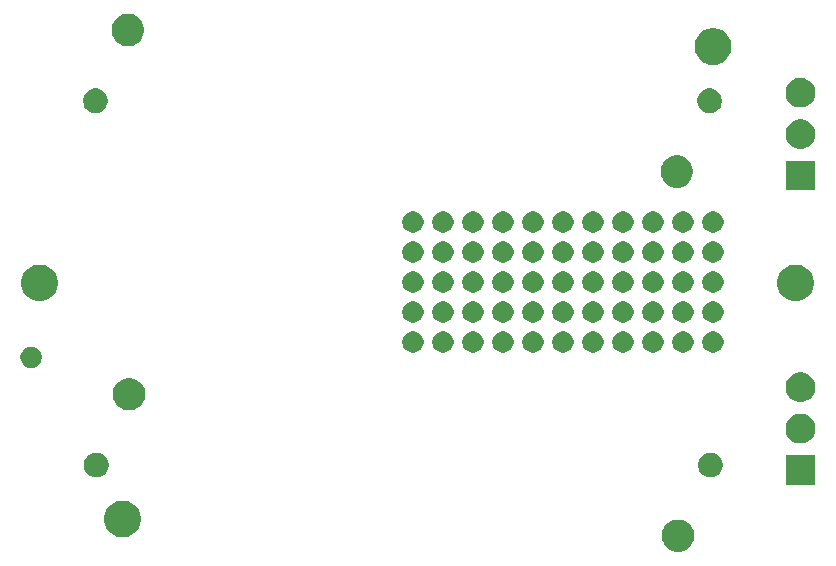
<source format=gbr>
G04 #@! TF.GenerationSoftware,KiCad,Pcbnew,5.1.5-52549c5~86~ubuntu18.04.1*
G04 #@! TF.CreationDate,2020-07-25T12:46:57-05:00*
G04 #@! TF.ProjectId,RAK4200_LORA_ADAPTABLE_NODE,52414b34-3230-4305-9f4c-4f52415f4144,rev?*
G04 #@! TF.SameCoordinates,Original*
G04 #@! TF.FileFunction,Soldermask,Top*
G04 #@! TF.FilePolarity,Negative*
%FSLAX46Y46*%
G04 Gerber Fmt 4.6, Leading zero omitted, Abs format (unit mm)*
G04 Created by KiCad (PCBNEW 5.1.5-52549c5~86~ubuntu18.04.1) date 2020-07-25 12:46:57*
%MOMM*%
%LPD*%
G04 APERTURE LIST*
%ADD10C,0.100000*%
G04 APERTURE END LIST*
D10*
G36*
X159712724Y-144546497D02*
G01*
X159939906Y-144591686D01*
X160189412Y-144695035D01*
X160413962Y-144845075D01*
X160604925Y-145036038D01*
X160754965Y-145260588D01*
X160858314Y-145510094D01*
X160911000Y-145774968D01*
X160911000Y-146045032D01*
X160858314Y-146309906D01*
X160754965Y-146559412D01*
X160604925Y-146783962D01*
X160413962Y-146974925D01*
X160189412Y-147124965D01*
X159939906Y-147228314D01*
X159712724Y-147273503D01*
X159675033Y-147281000D01*
X159404967Y-147281000D01*
X159367276Y-147273503D01*
X159140094Y-147228314D01*
X158890588Y-147124965D01*
X158666038Y-146974925D01*
X158475075Y-146783962D01*
X158325035Y-146559412D01*
X158221686Y-146309906D01*
X158169000Y-146045032D01*
X158169000Y-145774968D01*
X158221686Y-145510094D01*
X158325035Y-145260588D01*
X158475075Y-145036038D01*
X158666038Y-144845075D01*
X158890588Y-144695035D01*
X159140094Y-144591686D01*
X159367276Y-144546497D01*
X159404967Y-144539000D01*
X159675033Y-144539000D01*
X159712724Y-144546497D01*
G37*
G36*
X112802585Y-142978802D02*
G01*
X112952410Y-143008604D01*
X113234674Y-143125521D01*
X113488705Y-143295259D01*
X113704741Y-143511295D01*
X113874479Y-143765326D01*
X113991396Y-144047590D01*
X114051000Y-144347240D01*
X114051000Y-144652760D01*
X113991396Y-144952410D01*
X113874479Y-145234674D01*
X113704741Y-145488705D01*
X113488705Y-145704741D01*
X113234674Y-145874479D01*
X112952410Y-145991396D01*
X112802585Y-146021198D01*
X112652761Y-146051000D01*
X112347239Y-146051000D01*
X112197415Y-146021198D01*
X112047590Y-145991396D01*
X111765326Y-145874479D01*
X111511295Y-145704741D01*
X111295259Y-145488705D01*
X111125521Y-145234674D01*
X111008604Y-144952410D01*
X110949000Y-144652760D01*
X110949000Y-144347240D01*
X111008604Y-144047590D01*
X111125521Y-143765326D01*
X111295259Y-143511295D01*
X111511295Y-143295259D01*
X111765326Y-143125521D01*
X112047590Y-143008604D01*
X112197415Y-142978802D01*
X112347239Y-142949000D01*
X112652761Y-142949000D01*
X112802585Y-142978802D01*
G37*
G36*
X171161000Y-141586000D02*
G01*
X168659000Y-141586000D01*
X168659000Y-139084000D01*
X171161000Y-139084000D01*
X171161000Y-141586000D01*
G37*
G36*
X110606564Y-138904389D02*
G01*
X110797833Y-138983615D01*
X110797835Y-138983616D01*
X110948070Y-139084000D01*
X110969973Y-139098635D01*
X111116365Y-139245027D01*
X111231385Y-139417167D01*
X111310611Y-139608436D01*
X111351000Y-139811484D01*
X111351000Y-140018516D01*
X111310611Y-140221564D01*
X111231385Y-140412833D01*
X111231384Y-140412835D01*
X111116365Y-140584973D01*
X110969973Y-140731365D01*
X110797835Y-140846384D01*
X110797834Y-140846385D01*
X110797833Y-140846385D01*
X110606564Y-140925611D01*
X110403516Y-140966000D01*
X110196484Y-140966000D01*
X109993436Y-140925611D01*
X109802167Y-140846385D01*
X109802166Y-140846385D01*
X109802165Y-140846384D01*
X109630027Y-140731365D01*
X109483635Y-140584973D01*
X109368616Y-140412835D01*
X109368615Y-140412833D01*
X109289389Y-140221564D01*
X109249000Y-140018516D01*
X109249000Y-139811484D01*
X109289389Y-139608436D01*
X109368615Y-139417167D01*
X109483635Y-139245027D01*
X109630027Y-139098635D01*
X109651930Y-139084000D01*
X109802165Y-138983616D01*
X109802167Y-138983615D01*
X109993436Y-138904389D01*
X110196484Y-138864000D01*
X110403516Y-138864000D01*
X110606564Y-138904389D01*
G37*
G36*
X162596564Y-138904389D02*
G01*
X162787833Y-138983615D01*
X162787835Y-138983616D01*
X162938070Y-139084000D01*
X162959973Y-139098635D01*
X163106365Y-139245027D01*
X163221385Y-139417167D01*
X163300611Y-139608436D01*
X163341000Y-139811484D01*
X163341000Y-140018516D01*
X163300611Y-140221564D01*
X163221385Y-140412833D01*
X163221384Y-140412835D01*
X163106365Y-140584973D01*
X162959973Y-140731365D01*
X162787835Y-140846384D01*
X162787834Y-140846385D01*
X162787833Y-140846385D01*
X162596564Y-140925611D01*
X162393516Y-140966000D01*
X162186484Y-140966000D01*
X161983436Y-140925611D01*
X161792167Y-140846385D01*
X161792166Y-140846385D01*
X161792165Y-140846384D01*
X161620027Y-140731365D01*
X161473635Y-140584973D01*
X161358616Y-140412835D01*
X161358615Y-140412833D01*
X161279389Y-140221564D01*
X161239000Y-140018516D01*
X161239000Y-139811484D01*
X161279389Y-139608436D01*
X161358615Y-139417167D01*
X161473635Y-139245027D01*
X161620027Y-139098635D01*
X161641930Y-139084000D01*
X161792165Y-138983616D01*
X161792167Y-138983615D01*
X161983436Y-138904389D01*
X162186484Y-138864000D01*
X162393516Y-138864000D01*
X162596564Y-138904389D01*
G37*
G36*
X170274903Y-135632075D02*
G01*
X170502571Y-135726378D01*
X170707466Y-135863285D01*
X170881715Y-136037534D01*
X171018622Y-136242429D01*
X171112925Y-136470097D01*
X171161000Y-136711787D01*
X171161000Y-136958213D01*
X171112925Y-137199903D01*
X171018622Y-137427571D01*
X170881715Y-137632466D01*
X170707466Y-137806715D01*
X170502571Y-137943622D01*
X170502570Y-137943623D01*
X170502569Y-137943623D01*
X170274903Y-138037925D01*
X170033214Y-138086000D01*
X169786786Y-138086000D01*
X169545097Y-138037925D01*
X169317431Y-137943623D01*
X169317430Y-137943623D01*
X169317429Y-137943622D01*
X169112534Y-137806715D01*
X168938285Y-137632466D01*
X168801378Y-137427571D01*
X168707075Y-137199903D01*
X168659000Y-136958213D01*
X168659000Y-136711787D01*
X168707075Y-136470097D01*
X168801378Y-136242429D01*
X168938285Y-136037534D01*
X169112534Y-135863285D01*
X169317429Y-135726378D01*
X169545097Y-135632075D01*
X169786786Y-135584000D01*
X170033214Y-135584000D01*
X170274903Y-135632075D01*
G37*
G36*
X113232724Y-132556497D02*
G01*
X113459906Y-132601686D01*
X113709412Y-132705035D01*
X113933962Y-132855075D01*
X114124925Y-133046038D01*
X114274965Y-133270588D01*
X114378314Y-133520094D01*
X114431000Y-133784968D01*
X114431000Y-134055032D01*
X114378314Y-134319906D01*
X114274965Y-134569412D01*
X114124925Y-134793962D01*
X113933962Y-134984925D01*
X113709412Y-135134965D01*
X113459906Y-135238314D01*
X113232724Y-135283503D01*
X113195033Y-135291000D01*
X112924967Y-135291000D01*
X112887276Y-135283503D01*
X112660094Y-135238314D01*
X112410588Y-135134965D01*
X112186038Y-134984925D01*
X111995075Y-134793962D01*
X111845035Y-134569412D01*
X111741686Y-134319906D01*
X111689000Y-134055032D01*
X111689000Y-133784968D01*
X111741686Y-133520094D01*
X111845035Y-133270588D01*
X111995075Y-133046038D01*
X112186038Y-132855075D01*
X112410588Y-132705035D01*
X112660094Y-132601686D01*
X112887276Y-132556497D01*
X112924967Y-132549000D01*
X113195033Y-132549000D01*
X113232724Y-132556497D01*
G37*
G36*
X170274903Y-132132075D02*
G01*
X170502571Y-132226378D01*
X170707466Y-132363285D01*
X170881715Y-132537534D01*
X170993636Y-132705035D01*
X171018623Y-132742431D01*
X171112925Y-132970097D01*
X171161000Y-133211787D01*
X171161000Y-133458213D01*
X171112925Y-133699903D01*
X171018622Y-133927571D01*
X170881715Y-134132466D01*
X170707466Y-134306715D01*
X170502571Y-134443622D01*
X170502570Y-134443623D01*
X170502569Y-134443623D01*
X170274903Y-134537925D01*
X170033214Y-134586000D01*
X169786786Y-134586000D01*
X169545097Y-134537925D01*
X169317431Y-134443623D01*
X169317430Y-134443623D01*
X169317429Y-134443622D01*
X169112534Y-134306715D01*
X168938285Y-134132466D01*
X168801378Y-133927571D01*
X168707075Y-133699903D01*
X168659000Y-133458213D01*
X168659000Y-133211787D01*
X168707075Y-132970097D01*
X168801377Y-132742431D01*
X168826364Y-132705035D01*
X168938285Y-132537534D01*
X169112534Y-132363285D01*
X169317429Y-132226378D01*
X169545097Y-132132075D01*
X169786786Y-132084000D01*
X170033214Y-132084000D01*
X170274903Y-132132075D01*
G37*
G36*
X104888512Y-129913927D02*
G01*
X105037812Y-129943624D01*
X105201784Y-130011544D01*
X105349354Y-130110147D01*
X105474853Y-130235646D01*
X105573456Y-130383216D01*
X105641376Y-130547188D01*
X105676000Y-130721259D01*
X105676000Y-130898741D01*
X105641376Y-131072812D01*
X105573456Y-131236784D01*
X105474853Y-131384354D01*
X105349354Y-131509853D01*
X105201784Y-131608456D01*
X105037812Y-131676376D01*
X104888512Y-131706073D01*
X104863742Y-131711000D01*
X104686258Y-131711000D01*
X104661488Y-131706073D01*
X104512188Y-131676376D01*
X104348216Y-131608456D01*
X104200646Y-131509853D01*
X104075147Y-131384354D01*
X103976544Y-131236784D01*
X103908624Y-131072812D01*
X103874000Y-130898741D01*
X103874000Y-130721259D01*
X103908624Y-130547188D01*
X103976544Y-130383216D01*
X104075147Y-130235646D01*
X104200646Y-130110147D01*
X104348216Y-130011544D01*
X104512188Y-129943624D01*
X104661488Y-129913927D01*
X104686258Y-129909000D01*
X104863742Y-129909000D01*
X104888512Y-129913927D01*
G37*
G36*
X157528512Y-128608927D02*
G01*
X157677812Y-128638624D01*
X157841784Y-128706544D01*
X157989354Y-128805147D01*
X158114853Y-128930646D01*
X158213456Y-129078216D01*
X158281376Y-129242188D01*
X158316000Y-129416259D01*
X158316000Y-129593741D01*
X158281376Y-129767812D01*
X158213456Y-129931784D01*
X158114853Y-130079354D01*
X157989354Y-130204853D01*
X157841784Y-130303456D01*
X157677812Y-130371376D01*
X157528512Y-130401073D01*
X157503742Y-130406000D01*
X157326258Y-130406000D01*
X157301488Y-130401073D01*
X157152188Y-130371376D01*
X156988216Y-130303456D01*
X156840646Y-130204853D01*
X156715147Y-130079354D01*
X156616544Y-129931784D01*
X156548624Y-129767812D01*
X156514000Y-129593741D01*
X156514000Y-129416259D01*
X156548624Y-129242188D01*
X156616544Y-129078216D01*
X156715147Y-128930646D01*
X156840646Y-128805147D01*
X156988216Y-128706544D01*
X157152188Y-128638624D01*
X157301488Y-128608927D01*
X157326258Y-128604000D01*
X157503742Y-128604000D01*
X157528512Y-128608927D01*
G37*
G36*
X154988512Y-128608927D02*
G01*
X155137812Y-128638624D01*
X155301784Y-128706544D01*
X155449354Y-128805147D01*
X155574853Y-128930646D01*
X155673456Y-129078216D01*
X155741376Y-129242188D01*
X155776000Y-129416259D01*
X155776000Y-129593741D01*
X155741376Y-129767812D01*
X155673456Y-129931784D01*
X155574853Y-130079354D01*
X155449354Y-130204853D01*
X155301784Y-130303456D01*
X155137812Y-130371376D01*
X154988512Y-130401073D01*
X154963742Y-130406000D01*
X154786258Y-130406000D01*
X154761488Y-130401073D01*
X154612188Y-130371376D01*
X154448216Y-130303456D01*
X154300646Y-130204853D01*
X154175147Y-130079354D01*
X154076544Y-129931784D01*
X154008624Y-129767812D01*
X153974000Y-129593741D01*
X153974000Y-129416259D01*
X154008624Y-129242188D01*
X154076544Y-129078216D01*
X154175147Y-128930646D01*
X154300646Y-128805147D01*
X154448216Y-128706544D01*
X154612188Y-128638624D01*
X154761488Y-128608927D01*
X154786258Y-128604000D01*
X154963742Y-128604000D01*
X154988512Y-128608927D01*
G37*
G36*
X149908512Y-128608927D02*
G01*
X150057812Y-128638624D01*
X150221784Y-128706544D01*
X150369354Y-128805147D01*
X150494853Y-128930646D01*
X150593456Y-129078216D01*
X150661376Y-129242188D01*
X150696000Y-129416259D01*
X150696000Y-129593741D01*
X150661376Y-129767812D01*
X150593456Y-129931784D01*
X150494853Y-130079354D01*
X150369354Y-130204853D01*
X150221784Y-130303456D01*
X150057812Y-130371376D01*
X149908512Y-130401073D01*
X149883742Y-130406000D01*
X149706258Y-130406000D01*
X149681488Y-130401073D01*
X149532188Y-130371376D01*
X149368216Y-130303456D01*
X149220646Y-130204853D01*
X149095147Y-130079354D01*
X148996544Y-129931784D01*
X148928624Y-129767812D01*
X148894000Y-129593741D01*
X148894000Y-129416259D01*
X148928624Y-129242188D01*
X148996544Y-129078216D01*
X149095147Y-128930646D01*
X149220646Y-128805147D01*
X149368216Y-128706544D01*
X149532188Y-128638624D01*
X149681488Y-128608927D01*
X149706258Y-128604000D01*
X149883742Y-128604000D01*
X149908512Y-128608927D01*
G37*
G36*
X147368512Y-128608927D02*
G01*
X147517812Y-128638624D01*
X147681784Y-128706544D01*
X147829354Y-128805147D01*
X147954853Y-128930646D01*
X148053456Y-129078216D01*
X148121376Y-129242188D01*
X148156000Y-129416259D01*
X148156000Y-129593741D01*
X148121376Y-129767812D01*
X148053456Y-129931784D01*
X147954853Y-130079354D01*
X147829354Y-130204853D01*
X147681784Y-130303456D01*
X147517812Y-130371376D01*
X147368512Y-130401073D01*
X147343742Y-130406000D01*
X147166258Y-130406000D01*
X147141488Y-130401073D01*
X146992188Y-130371376D01*
X146828216Y-130303456D01*
X146680646Y-130204853D01*
X146555147Y-130079354D01*
X146456544Y-129931784D01*
X146388624Y-129767812D01*
X146354000Y-129593741D01*
X146354000Y-129416259D01*
X146388624Y-129242188D01*
X146456544Y-129078216D01*
X146555147Y-128930646D01*
X146680646Y-128805147D01*
X146828216Y-128706544D01*
X146992188Y-128638624D01*
X147141488Y-128608927D01*
X147166258Y-128604000D01*
X147343742Y-128604000D01*
X147368512Y-128608927D01*
G37*
G36*
X144828512Y-128608927D02*
G01*
X144977812Y-128638624D01*
X145141784Y-128706544D01*
X145289354Y-128805147D01*
X145414853Y-128930646D01*
X145513456Y-129078216D01*
X145581376Y-129242188D01*
X145616000Y-129416259D01*
X145616000Y-129593741D01*
X145581376Y-129767812D01*
X145513456Y-129931784D01*
X145414853Y-130079354D01*
X145289354Y-130204853D01*
X145141784Y-130303456D01*
X144977812Y-130371376D01*
X144828512Y-130401073D01*
X144803742Y-130406000D01*
X144626258Y-130406000D01*
X144601488Y-130401073D01*
X144452188Y-130371376D01*
X144288216Y-130303456D01*
X144140646Y-130204853D01*
X144015147Y-130079354D01*
X143916544Y-129931784D01*
X143848624Y-129767812D01*
X143814000Y-129593741D01*
X143814000Y-129416259D01*
X143848624Y-129242188D01*
X143916544Y-129078216D01*
X144015147Y-128930646D01*
X144140646Y-128805147D01*
X144288216Y-128706544D01*
X144452188Y-128638624D01*
X144601488Y-128608927D01*
X144626258Y-128604000D01*
X144803742Y-128604000D01*
X144828512Y-128608927D01*
G37*
G36*
X139748512Y-128608927D02*
G01*
X139897812Y-128638624D01*
X140061784Y-128706544D01*
X140209354Y-128805147D01*
X140334853Y-128930646D01*
X140433456Y-129078216D01*
X140501376Y-129242188D01*
X140536000Y-129416259D01*
X140536000Y-129593741D01*
X140501376Y-129767812D01*
X140433456Y-129931784D01*
X140334853Y-130079354D01*
X140209354Y-130204853D01*
X140061784Y-130303456D01*
X139897812Y-130371376D01*
X139748512Y-130401073D01*
X139723742Y-130406000D01*
X139546258Y-130406000D01*
X139521488Y-130401073D01*
X139372188Y-130371376D01*
X139208216Y-130303456D01*
X139060646Y-130204853D01*
X138935147Y-130079354D01*
X138836544Y-129931784D01*
X138768624Y-129767812D01*
X138734000Y-129593741D01*
X138734000Y-129416259D01*
X138768624Y-129242188D01*
X138836544Y-129078216D01*
X138935147Y-128930646D01*
X139060646Y-128805147D01*
X139208216Y-128706544D01*
X139372188Y-128638624D01*
X139521488Y-128608927D01*
X139546258Y-128604000D01*
X139723742Y-128604000D01*
X139748512Y-128608927D01*
G37*
G36*
X137208512Y-128608927D02*
G01*
X137357812Y-128638624D01*
X137521784Y-128706544D01*
X137669354Y-128805147D01*
X137794853Y-128930646D01*
X137893456Y-129078216D01*
X137961376Y-129242188D01*
X137996000Y-129416259D01*
X137996000Y-129593741D01*
X137961376Y-129767812D01*
X137893456Y-129931784D01*
X137794853Y-130079354D01*
X137669354Y-130204853D01*
X137521784Y-130303456D01*
X137357812Y-130371376D01*
X137208512Y-130401073D01*
X137183742Y-130406000D01*
X137006258Y-130406000D01*
X136981488Y-130401073D01*
X136832188Y-130371376D01*
X136668216Y-130303456D01*
X136520646Y-130204853D01*
X136395147Y-130079354D01*
X136296544Y-129931784D01*
X136228624Y-129767812D01*
X136194000Y-129593741D01*
X136194000Y-129416259D01*
X136228624Y-129242188D01*
X136296544Y-129078216D01*
X136395147Y-128930646D01*
X136520646Y-128805147D01*
X136668216Y-128706544D01*
X136832188Y-128638624D01*
X136981488Y-128608927D01*
X137006258Y-128604000D01*
X137183742Y-128604000D01*
X137208512Y-128608927D01*
G37*
G36*
X162608512Y-128608927D02*
G01*
X162757812Y-128638624D01*
X162921784Y-128706544D01*
X163069354Y-128805147D01*
X163194853Y-128930646D01*
X163293456Y-129078216D01*
X163361376Y-129242188D01*
X163396000Y-129416259D01*
X163396000Y-129593741D01*
X163361376Y-129767812D01*
X163293456Y-129931784D01*
X163194853Y-130079354D01*
X163069354Y-130204853D01*
X162921784Y-130303456D01*
X162757812Y-130371376D01*
X162608512Y-130401073D01*
X162583742Y-130406000D01*
X162406258Y-130406000D01*
X162381488Y-130401073D01*
X162232188Y-130371376D01*
X162068216Y-130303456D01*
X161920646Y-130204853D01*
X161795147Y-130079354D01*
X161696544Y-129931784D01*
X161628624Y-129767812D01*
X161594000Y-129593741D01*
X161594000Y-129416259D01*
X161628624Y-129242188D01*
X161696544Y-129078216D01*
X161795147Y-128930646D01*
X161920646Y-128805147D01*
X162068216Y-128706544D01*
X162232188Y-128638624D01*
X162381488Y-128608927D01*
X162406258Y-128604000D01*
X162583742Y-128604000D01*
X162608512Y-128608927D01*
G37*
G36*
X152448512Y-128608927D02*
G01*
X152597812Y-128638624D01*
X152761784Y-128706544D01*
X152909354Y-128805147D01*
X153034853Y-128930646D01*
X153133456Y-129078216D01*
X153201376Y-129242188D01*
X153236000Y-129416259D01*
X153236000Y-129593741D01*
X153201376Y-129767812D01*
X153133456Y-129931784D01*
X153034853Y-130079354D01*
X152909354Y-130204853D01*
X152761784Y-130303456D01*
X152597812Y-130371376D01*
X152448512Y-130401073D01*
X152423742Y-130406000D01*
X152246258Y-130406000D01*
X152221488Y-130401073D01*
X152072188Y-130371376D01*
X151908216Y-130303456D01*
X151760646Y-130204853D01*
X151635147Y-130079354D01*
X151536544Y-129931784D01*
X151468624Y-129767812D01*
X151434000Y-129593741D01*
X151434000Y-129416259D01*
X151468624Y-129242188D01*
X151536544Y-129078216D01*
X151635147Y-128930646D01*
X151760646Y-128805147D01*
X151908216Y-128706544D01*
X152072188Y-128638624D01*
X152221488Y-128608927D01*
X152246258Y-128604000D01*
X152423742Y-128604000D01*
X152448512Y-128608927D01*
G37*
G36*
X160068512Y-128608927D02*
G01*
X160217812Y-128638624D01*
X160381784Y-128706544D01*
X160529354Y-128805147D01*
X160654853Y-128930646D01*
X160753456Y-129078216D01*
X160821376Y-129242188D01*
X160856000Y-129416259D01*
X160856000Y-129593741D01*
X160821376Y-129767812D01*
X160753456Y-129931784D01*
X160654853Y-130079354D01*
X160529354Y-130204853D01*
X160381784Y-130303456D01*
X160217812Y-130371376D01*
X160068512Y-130401073D01*
X160043742Y-130406000D01*
X159866258Y-130406000D01*
X159841488Y-130401073D01*
X159692188Y-130371376D01*
X159528216Y-130303456D01*
X159380646Y-130204853D01*
X159255147Y-130079354D01*
X159156544Y-129931784D01*
X159088624Y-129767812D01*
X159054000Y-129593741D01*
X159054000Y-129416259D01*
X159088624Y-129242188D01*
X159156544Y-129078216D01*
X159255147Y-128930646D01*
X159380646Y-128805147D01*
X159528216Y-128706544D01*
X159692188Y-128638624D01*
X159841488Y-128608927D01*
X159866258Y-128604000D01*
X160043742Y-128604000D01*
X160068512Y-128608927D01*
G37*
G36*
X142288512Y-128608927D02*
G01*
X142437812Y-128638624D01*
X142601784Y-128706544D01*
X142749354Y-128805147D01*
X142874853Y-128930646D01*
X142973456Y-129078216D01*
X143041376Y-129242188D01*
X143076000Y-129416259D01*
X143076000Y-129593741D01*
X143041376Y-129767812D01*
X142973456Y-129931784D01*
X142874853Y-130079354D01*
X142749354Y-130204853D01*
X142601784Y-130303456D01*
X142437812Y-130371376D01*
X142288512Y-130401073D01*
X142263742Y-130406000D01*
X142086258Y-130406000D01*
X142061488Y-130401073D01*
X141912188Y-130371376D01*
X141748216Y-130303456D01*
X141600646Y-130204853D01*
X141475147Y-130079354D01*
X141376544Y-129931784D01*
X141308624Y-129767812D01*
X141274000Y-129593741D01*
X141274000Y-129416259D01*
X141308624Y-129242188D01*
X141376544Y-129078216D01*
X141475147Y-128930646D01*
X141600646Y-128805147D01*
X141748216Y-128706544D01*
X141912188Y-128638624D01*
X142061488Y-128608927D01*
X142086258Y-128604000D01*
X142263742Y-128604000D01*
X142288512Y-128608927D01*
G37*
G36*
X152448512Y-126068927D02*
G01*
X152597812Y-126098624D01*
X152761784Y-126166544D01*
X152909354Y-126265147D01*
X153034853Y-126390646D01*
X153133456Y-126538216D01*
X153201376Y-126702188D01*
X153236000Y-126876259D01*
X153236000Y-127053741D01*
X153201376Y-127227812D01*
X153133456Y-127391784D01*
X153034853Y-127539354D01*
X152909354Y-127664853D01*
X152761784Y-127763456D01*
X152597812Y-127831376D01*
X152448512Y-127861073D01*
X152423742Y-127866000D01*
X152246258Y-127866000D01*
X152221488Y-127861073D01*
X152072188Y-127831376D01*
X151908216Y-127763456D01*
X151760646Y-127664853D01*
X151635147Y-127539354D01*
X151536544Y-127391784D01*
X151468624Y-127227812D01*
X151434000Y-127053741D01*
X151434000Y-126876259D01*
X151468624Y-126702188D01*
X151536544Y-126538216D01*
X151635147Y-126390646D01*
X151760646Y-126265147D01*
X151908216Y-126166544D01*
X152072188Y-126098624D01*
X152221488Y-126068927D01*
X152246258Y-126064000D01*
X152423742Y-126064000D01*
X152448512Y-126068927D01*
G37*
G36*
X162608512Y-126068927D02*
G01*
X162757812Y-126098624D01*
X162921784Y-126166544D01*
X163069354Y-126265147D01*
X163194853Y-126390646D01*
X163293456Y-126538216D01*
X163361376Y-126702188D01*
X163396000Y-126876259D01*
X163396000Y-127053741D01*
X163361376Y-127227812D01*
X163293456Y-127391784D01*
X163194853Y-127539354D01*
X163069354Y-127664853D01*
X162921784Y-127763456D01*
X162757812Y-127831376D01*
X162608512Y-127861073D01*
X162583742Y-127866000D01*
X162406258Y-127866000D01*
X162381488Y-127861073D01*
X162232188Y-127831376D01*
X162068216Y-127763456D01*
X161920646Y-127664853D01*
X161795147Y-127539354D01*
X161696544Y-127391784D01*
X161628624Y-127227812D01*
X161594000Y-127053741D01*
X161594000Y-126876259D01*
X161628624Y-126702188D01*
X161696544Y-126538216D01*
X161795147Y-126390646D01*
X161920646Y-126265147D01*
X162068216Y-126166544D01*
X162232188Y-126098624D01*
X162381488Y-126068927D01*
X162406258Y-126064000D01*
X162583742Y-126064000D01*
X162608512Y-126068927D01*
G37*
G36*
X160068512Y-126068927D02*
G01*
X160217812Y-126098624D01*
X160381784Y-126166544D01*
X160529354Y-126265147D01*
X160654853Y-126390646D01*
X160753456Y-126538216D01*
X160821376Y-126702188D01*
X160856000Y-126876259D01*
X160856000Y-127053741D01*
X160821376Y-127227812D01*
X160753456Y-127391784D01*
X160654853Y-127539354D01*
X160529354Y-127664853D01*
X160381784Y-127763456D01*
X160217812Y-127831376D01*
X160068512Y-127861073D01*
X160043742Y-127866000D01*
X159866258Y-127866000D01*
X159841488Y-127861073D01*
X159692188Y-127831376D01*
X159528216Y-127763456D01*
X159380646Y-127664853D01*
X159255147Y-127539354D01*
X159156544Y-127391784D01*
X159088624Y-127227812D01*
X159054000Y-127053741D01*
X159054000Y-126876259D01*
X159088624Y-126702188D01*
X159156544Y-126538216D01*
X159255147Y-126390646D01*
X159380646Y-126265147D01*
X159528216Y-126166544D01*
X159692188Y-126098624D01*
X159841488Y-126068927D01*
X159866258Y-126064000D01*
X160043742Y-126064000D01*
X160068512Y-126068927D01*
G37*
G36*
X157528512Y-126068927D02*
G01*
X157677812Y-126098624D01*
X157841784Y-126166544D01*
X157989354Y-126265147D01*
X158114853Y-126390646D01*
X158213456Y-126538216D01*
X158281376Y-126702188D01*
X158316000Y-126876259D01*
X158316000Y-127053741D01*
X158281376Y-127227812D01*
X158213456Y-127391784D01*
X158114853Y-127539354D01*
X157989354Y-127664853D01*
X157841784Y-127763456D01*
X157677812Y-127831376D01*
X157528512Y-127861073D01*
X157503742Y-127866000D01*
X157326258Y-127866000D01*
X157301488Y-127861073D01*
X157152188Y-127831376D01*
X156988216Y-127763456D01*
X156840646Y-127664853D01*
X156715147Y-127539354D01*
X156616544Y-127391784D01*
X156548624Y-127227812D01*
X156514000Y-127053741D01*
X156514000Y-126876259D01*
X156548624Y-126702188D01*
X156616544Y-126538216D01*
X156715147Y-126390646D01*
X156840646Y-126265147D01*
X156988216Y-126166544D01*
X157152188Y-126098624D01*
X157301488Y-126068927D01*
X157326258Y-126064000D01*
X157503742Y-126064000D01*
X157528512Y-126068927D01*
G37*
G36*
X154988512Y-126068927D02*
G01*
X155137812Y-126098624D01*
X155301784Y-126166544D01*
X155449354Y-126265147D01*
X155574853Y-126390646D01*
X155673456Y-126538216D01*
X155741376Y-126702188D01*
X155776000Y-126876259D01*
X155776000Y-127053741D01*
X155741376Y-127227812D01*
X155673456Y-127391784D01*
X155574853Y-127539354D01*
X155449354Y-127664853D01*
X155301784Y-127763456D01*
X155137812Y-127831376D01*
X154988512Y-127861073D01*
X154963742Y-127866000D01*
X154786258Y-127866000D01*
X154761488Y-127861073D01*
X154612188Y-127831376D01*
X154448216Y-127763456D01*
X154300646Y-127664853D01*
X154175147Y-127539354D01*
X154076544Y-127391784D01*
X154008624Y-127227812D01*
X153974000Y-127053741D01*
X153974000Y-126876259D01*
X154008624Y-126702188D01*
X154076544Y-126538216D01*
X154175147Y-126390646D01*
X154300646Y-126265147D01*
X154448216Y-126166544D01*
X154612188Y-126098624D01*
X154761488Y-126068927D01*
X154786258Y-126064000D01*
X154963742Y-126064000D01*
X154988512Y-126068927D01*
G37*
G36*
X149908512Y-126068927D02*
G01*
X150057812Y-126098624D01*
X150221784Y-126166544D01*
X150369354Y-126265147D01*
X150494853Y-126390646D01*
X150593456Y-126538216D01*
X150661376Y-126702188D01*
X150696000Y-126876259D01*
X150696000Y-127053741D01*
X150661376Y-127227812D01*
X150593456Y-127391784D01*
X150494853Y-127539354D01*
X150369354Y-127664853D01*
X150221784Y-127763456D01*
X150057812Y-127831376D01*
X149908512Y-127861073D01*
X149883742Y-127866000D01*
X149706258Y-127866000D01*
X149681488Y-127861073D01*
X149532188Y-127831376D01*
X149368216Y-127763456D01*
X149220646Y-127664853D01*
X149095147Y-127539354D01*
X148996544Y-127391784D01*
X148928624Y-127227812D01*
X148894000Y-127053741D01*
X148894000Y-126876259D01*
X148928624Y-126702188D01*
X148996544Y-126538216D01*
X149095147Y-126390646D01*
X149220646Y-126265147D01*
X149368216Y-126166544D01*
X149532188Y-126098624D01*
X149681488Y-126068927D01*
X149706258Y-126064000D01*
X149883742Y-126064000D01*
X149908512Y-126068927D01*
G37*
G36*
X147368512Y-126068927D02*
G01*
X147517812Y-126098624D01*
X147681784Y-126166544D01*
X147829354Y-126265147D01*
X147954853Y-126390646D01*
X148053456Y-126538216D01*
X148121376Y-126702188D01*
X148156000Y-126876259D01*
X148156000Y-127053741D01*
X148121376Y-127227812D01*
X148053456Y-127391784D01*
X147954853Y-127539354D01*
X147829354Y-127664853D01*
X147681784Y-127763456D01*
X147517812Y-127831376D01*
X147368512Y-127861073D01*
X147343742Y-127866000D01*
X147166258Y-127866000D01*
X147141488Y-127861073D01*
X146992188Y-127831376D01*
X146828216Y-127763456D01*
X146680646Y-127664853D01*
X146555147Y-127539354D01*
X146456544Y-127391784D01*
X146388624Y-127227812D01*
X146354000Y-127053741D01*
X146354000Y-126876259D01*
X146388624Y-126702188D01*
X146456544Y-126538216D01*
X146555147Y-126390646D01*
X146680646Y-126265147D01*
X146828216Y-126166544D01*
X146992188Y-126098624D01*
X147141488Y-126068927D01*
X147166258Y-126064000D01*
X147343742Y-126064000D01*
X147368512Y-126068927D01*
G37*
G36*
X137208512Y-126068927D02*
G01*
X137357812Y-126098624D01*
X137521784Y-126166544D01*
X137669354Y-126265147D01*
X137794853Y-126390646D01*
X137893456Y-126538216D01*
X137961376Y-126702188D01*
X137996000Y-126876259D01*
X137996000Y-127053741D01*
X137961376Y-127227812D01*
X137893456Y-127391784D01*
X137794853Y-127539354D01*
X137669354Y-127664853D01*
X137521784Y-127763456D01*
X137357812Y-127831376D01*
X137208512Y-127861073D01*
X137183742Y-127866000D01*
X137006258Y-127866000D01*
X136981488Y-127861073D01*
X136832188Y-127831376D01*
X136668216Y-127763456D01*
X136520646Y-127664853D01*
X136395147Y-127539354D01*
X136296544Y-127391784D01*
X136228624Y-127227812D01*
X136194000Y-127053741D01*
X136194000Y-126876259D01*
X136228624Y-126702188D01*
X136296544Y-126538216D01*
X136395147Y-126390646D01*
X136520646Y-126265147D01*
X136668216Y-126166544D01*
X136832188Y-126098624D01*
X136981488Y-126068927D01*
X137006258Y-126064000D01*
X137183742Y-126064000D01*
X137208512Y-126068927D01*
G37*
G36*
X139748512Y-126068927D02*
G01*
X139897812Y-126098624D01*
X140061784Y-126166544D01*
X140209354Y-126265147D01*
X140334853Y-126390646D01*
X140433456Y-126538216D01*
X140501376Y-126702188D01*
X140536000Y-126876259D01*
X140536000Y-127053741D01*
X140501376Y-127227812D01*
X140433456Y-127391784D01*
X140334853Y-127539354D01*
X140209354Y-127664853D01*
X140061784Y-127763456D01*
X139897812Y-127831376D01*
X139748512Y-127861073D01*
X139723742Y-127866000D01*
X139546258Y-127866000D01*
X139521488Y-127861073D01*
X139372188Y-127831376D01*
X139208216Y-127763456D01*
X139060646Y-127664853D01*
X138935147Y-127539354D01*
X138836544Y-127391784D01*
X138768624Y-127227812D01*
X138734000Y-127053741D01*
X138734000Y-126876259D01*
X138768624Y-126702188D01*
X138836544Y-126538216D01*
X138935147Y-126390646D01*
X139060646Y-126265147D01*
X139208216Y-126166544D01*
X139372188Y-126098624D01*
X139521488Y-126068927D01*
X139546258Y-126064000D01*
X139723742Y-126064000D01*
X139748512Y-126068927D01*
G37*
G36*
X142288512Y-126068927D02*
G01*
X142437812Y-126098624D01*
X142601784Y-126166544D01*
X142749354Y-126265147D01*
X142874853Y-126390646D01*
X142973456Y-126538216D01*
X143041376Y-126702188D01*
X143076000Y-126876259D01*
X143076000Y-127053741D01*
X143041376Y-127227812D01*
X142973456Y-127391784D01*
X142874853Y-127539354D01*
X142749354Y-127664853D01*
X142601784Y-127763456D01*
X142437812Y-127831376D01*
X142288512Y-127861073D01*
X142263742Y-127866000D01*
X142086258Y-127866000D01*
X142061488Y-127861073D01*
X141912188Y-127831376D01*
X141748216Y-127763456D01*
X141600646Y-127664853D01*
X141475147Y-127539354D01*
X141376544Y-127391784D01*
X141308624Y-127227812D01*
X141274000Y-127053741D01*
X141274000Y-126876259D01*
X141308624Y-126702188D01*
X141376544Y-126538216D01*
X141475147Y-126390646D01*
X141600646Y-126265147D01*
X141748216Y-126166544D01*
X141912188Y-126098624D01*
X142061488Y-126068927D01*
X142086258Y-126064000D01*
X142263742Y-126064000D01*
X142288512Y-126068927D01*
G37*
G36*
X144828512Y-126068927D02*
G01*
X144977812Y-126098624D01*
X145141784Y-126166544D01*
X145289354Y-126265147D01*
X145414853Y-126390646D01*
X145513456Y-126538216D01*
X145581376Y-126702188D01*
X145616000Y-126876259D01*
X145616000Y-127053741D01*
X145581376Y-127227812D01*
X145513456Y-127391784D01*
X145414853Y-127539354D01*
X145289354Y-127664853D01*
X145141784Y-127763456D01*
X144977812Y-127831376D01*
X144828512Y-127861073D01*
X144803742Y-127866000D01*
X144626258Y-127866000D01*
X144601488Y-127861073D01*
X144452188Y-127831376D01*
X144288216Y-127763456D01*
X144140646Y-127664853D01*
X144015147Y-127539354D01*
X143916544Y-127391784D01*
X143848624Y-127227812D01*
X143814000Y-127053741D01*
X143814000Y-126876259D01*
X143848624Y-126702188D01*
X143916544Y-126538216D01*
X144015147Y-126390646D01*
X144140646Y-126265147D01*
X144288216Y-126166544D01*
X144452188Y-126098624D01*
X144601488Y-126068927D01*
X144626258Y-126064000D01*
X144803742Y-126064000D01*
X144828512Y-126068927D01*
G37*
G36*
X169802585Y-122978802D02*
G01*
X169952410Y-123008604D01*
X170234674Y-123125521D01*
X170488705Y-123295259D01*
X170704741Y-123511295D01*
X170874479Y-123765326D01*
X170991396Y-124047590D01*
X171051000Y-124347240D01*
X171051000Y-124652760D01*
X170991396Y-124952410D01*
X170874479Y-125234674D01*
X170704741Y-125488705D01*
X170488705Y-125704741D01*
X170234674Y-125874479D01*
X169952410Y-125991396D01*
X169802585Y-126021198D01*
X169652761Y-126051000D01*
X169347239Y-126051000D01*
X169197415Y-126021198D01*
X169047590Y-125991396D01*
X168765326Y-125874479D01*
X168511295Y-125704741D01*
X168295259Y-125488705D01*
X168125521Y-125234674D01*
X168008604Y-124952410D01*
X167949000Y-124652760D01*
X167949000Y-124347240D01*
X168008604Y-124047590D01*
X168125521Y-123765326D01*
X168295259Y-123511295D01*
X168511295Y-123295259D01*
X168765326Y-123125521D01*
X169047590Y-123008604D01*
X169197415Y-122978802D01*
X169347239Y-122949000D01*
X169652761Y-122949000D01*
X169802585Y-122978802D01*
G37*
G36*
X105802585Y-122978802D02*
G01*
X105952410Y-123008604D01*
X106234674Y-123125521D01*
X106488705Y-123295259D01*
X106704741Y-123511295D01*
X106874479Y-123765326D01*
X106991396Y-124047590D01*
X107051000Y-124347240D01*
X107051000Y-124652760D01*
X106991396Y-124952410D01*
X106874479Y-125234674D01*
X106704741Y-125488705D01*
X106488705Y-125704741D01*
X106234674Y-125874479D01*
X105952410Y-125991396D01*
X105802585Y-126021198D01*
X105652761Y-126051000D01*
X105347239Y-126051000D01*
X105197415Y-126021198D01*
X105047590Y-125991396D01*
X104765326Y-125874479D01*
X104511295Y-125704741D01*
X104295259Y-125488705D01*
X104125521Y-125234674D01*
X104008604Y-124952410D01*
X103949000Y-124652760D01*
X103949000Y-124347240D01*
X104008604Y-124047590D01*
X104125521Y-123765326D01*
X104295259Y-123511295D01*
X104511295Y-123295259D01*
X104765326Y-123125521D01*
X105047590Y-123008604D01*
X105197415Y-122978802D01*
X105347239Y-122949000D01*
X105652761Y-122949000D01*
X105802585Y-122978802D01*
G37*
G36*
X137208512Y-123528927D02*
G01*
X137357812Y-123558624D01*
X137521784Y-123626544D01*
X137669354Y-123725147D01*
X137794853Y-123850646D01*
X137893456Y-123998216D01*
X137961376Y-124162188D01*
X137996000Y-124336259D01*
X137996000Y-124513741D01*
X137961376Y-124687812D01*
X137893456Y-124851784D01*
X137794853Y-124999354D01*
X137669354Y-125124853D01*
X137521784Y-125223456D01*
X137357812Y-125291376D01*
X137208512Y-125321073D01*
X137183742Y-125326000D01*
X137006258Y-125326000D01*
X136981488Y-125321073D01*
X136832188Y-125291376D01*
X136668216Y-125223456D01*
X136520646Y-125124853D01*
X136395147Y-124999354D01*
X136296544Y-124851784D01*
X136228624Y-124687812D01*
X136194000Y-124513741D01*
X136194000Y-124336259D01*
X136228624Y-124162188D01*
X136296544Y-123998216D01*
X136395147Y-123850646D01*
X136520646Y-123725147D01*
X136668216Y-123626544D01*
X136832188Y-123558624D01*
X136981488Y-123528927D01*
X137006258Y-123524000D01*
X137183742Y-123524000D01*
X137208512Y-123528927D01*
G37*
G36*
X139748512Y-123528927D02*
G01*
X139897812Y-123558624D01*
X140061784Y-123626544D01*
X140209354Y-123725147D01*
X140334853Y-123850646D01*
X140433456Y-123998216D01*
X140501376Y-124162188D01*
X140536000Y-124336259D01*
X140536000Y-124513741D01*
X140501376Y-124687812D01*
X140433456Y-124851784D01*
X140334853Y-124999354D01*
X140209354Y-125124853D01*
X140061784Y-125223456D01*
X139897812Y-125291376D01*
X139748512Y-125321073D01*
X139723742Y-125326000D01*
X139546258Y-125326000D01*
X139521488Y-125321073D01*
X139372188Y-125291376D01*
X139208216Y-125223456D01*
X139060646Y-125124853D01*
X138935147Y-124999354D01*
X138836544Y-124851784D01*
X138768624Y-124687812D01*
X138734000Y-124513741D01*
X138734000Y-124336259D01*
X138768624Y-124162188D01*
X138836544Y-123998216D01*
X138935147Y-123850646D01*
X139060646Y-123725147D01*
X139208216Y-123626544D01*
X139372188Y-123558624D01*
X139521488Y-123528927D01*
X139546258Y-123524000D01*
X139723742Y-123524000D01*
X139748512Y-123528927D01*
G37*
G36*
X142288512Y-123528927D02*
G01*
X142437812Y-123558624D01*
X142601784Y-123626544D01*
X142749354Y-123725147D01*
X142874853Y-123850646D01*
X142973456Y-123998216D01*
X143041376Y-124162188D01*
X143076000Y-124336259D01*
X143076000Y-124513741D01*
X143041376Y-124687812D01*
X142973456Y-124851784D01*
X142874853Y-124999354D01*
X142749354Y-125124853D01*
X142601784Y-125223456D01*
X142437812Y-125291376D01*
X142288512Y-125321073D01*
X142263742Y-125326000D01*
X142086258Y-125326000D01*
X142061488Y-125321073D01*
X141912188Y-125291376D01*
X141748216Y-125223456D01*
X141600646Y-125124853D01*
X141475147Y-124999354D01*
X141376544Y-124851784D01*
X141308624Y-124687812D01*
X141274000Y-124513741D01*
X141274000Y-124336259D01*
X141308624Y-124162188D01*
X141376544Y-123998216D01*
X141475147Y-123850646D01*
X141600646Y-123725147D01*
X141748216Y-123626544D01*
X141912188Y-123558624D01*
X142061488Y-123528927D01*
X142086258Y-123524000D01*
X142263742Y-123524000D01*
X142288512Y-123528927D01*
G37*
G36*
X144828512Y-123528927D02*
G01*
X144977812Y-123558624D01*
X145141784Y-123626544D01*
X145289354Y-123725147D01*
X145414853Y-123850646D01*
X145513456Y-123998216D01*
X145581376Y-124162188D01*
X145616000Y-124336259D01*
X145616000Y-124513741D01*
X145581376Y-124687812D01*
X145513456Y-124851784D01*
X145414853Y-124999354D01*
X145289354Y-125124853D01*
X145141784Y-125223456D01*
X144977812Y-125291376D01*
X144828512Y-125321073D01*
X144803742Y-125326000D01*
X144626258Y-125326000D01*
X144601488Y-125321073D01*
X144452188Y-125291376D01*
X144288216Y-125223456D01*
X144140646Y-125124853D01*
X144015147Y-124999354D01*
X143916544Y-124851784D01*
X143848624Y-124687812D01*
X143814000Y-124513741D01*
X143814000Y-124336259D01*
X143848624Y-124162188D01*
X143916544Y-123998216D01*
X144015147Y-123850646D01*
X144140646Y-123725147D01*
X144288216Y-123626544D01*
X144452188Y-123558624D01*
X144601488Y-123528927D01*
X144626258Y-123524000D01*
X144803742Y-123524000D01*
X144828512Y-123528927D01*
G37*
G36*
X157528512Y-123528927D02*
G01*
X157677812Y-123558624D01*
X157841784Y-123626544D01*
X157989354Y-123725147D01*
X158114853Y-123850646D01*
X158213456Y-123998216D01*
X158281376Y-124162188D01*
X158316000Y-124336259D01*
X158316000Y-124513741D01*
X158281376Y-124687812D01*
X158213456Y-124851784D01*
X158114853Y-124999354D01*
X157989354Y-125124853D01*
X157841784Y-125223456D01*
X157677812Y-125291376D01*
X157528512Y-125321073D01*
X157503742Y-125326000D01*
X157326258Y-125326000D01*
X157301488Y-125321073D01*
X157152188Y-125291376D01*
X156988216Y-125223456D01*
X156840646Y-125124853D01*
X156715147Y-124999354D01*
X156616544Y-124851784D01*
X156548624Y-124687812D01*
X156514000Y-124513741D01*
X156514000Y-124336259D01*
X156548624Y-124162188D01*
X156616544Y-123998216D01*
X156715147Y-123850646D01*
X156840646Y-123725147D01*
X156988216Y-123626544D01*
X157152188Y-123558624D01*
X157301488Y-123528927D01*
X157326258Y-123524000D01*
X157503742Y-123524000D01*
X157528512Y-123528927D01*
G37*
G36*
X162608512Y-123528927D02*
G01*
X162757812Y-123558624D01*
X162921784Y-123626544D01*
X163069354Y-123725147D01*
X163194853Y-123850646D01*
X163293456Y-123998216D01*
X163361376Y-124162188D01*
X163396000Y-124336259D01*
X163396000Y-124513741D01*
X163361376Y-124687812D01*
X163293456Y-124851784D01*
X163194853Y-124999354D01*
X163069354Y-125124853D01*
X162921784Y-125223456D01*
X162757812Y-125291376D01*
X162608512Y-125321073D01*
X162583742Y-125326000D01*
X162406258Y-125326000D01*
X162381488Y-125321073D01*
X162232188Y-125291376D01*
X162068216Y-125223456D01*
X161920646Y-125124853D01*
X161795147Y-124999354D01*
X161696544Y-124851784D01*
X161628624Y-124687812D01*
X161594000Y-124513741D01*
X161594000Y-124336259D01*
X161628624Y-124162188D01*
X161696544Y-123998216D01*
X161795147Y-123850646D01*
X161920646Y-123725147D01*
X162068216Y-123626544D01*
X162232188Y-123558624D01*
X162381488Y-123528927D01*
X162406258Y-123524000D01*
X162583742Y-123524000D01*
X162608512Y-123528927D01*
G37*
G36*
X154988512Y-123528927D02*
G01*
X155137812Y-123558624D01*
X155301784Y-123626544D01*
X155449354Y-123725147D01*
X155574853Y-123850646D01*
X155673456Y-123998216D01*
X155741376Y-124162188D01*
X155776000Y-124336259D01*
X155776000Y-124513741D01*
X155741376Y-124687812D01*
X155673456Y-124851784D01*
X155574853Y-124999354D01*
X155449354Y-125124853D01*
X155301784Y-125223456D01*
X155137812Y-125291376D01*
X154988512Y-125321073D01*
X154963742Y-125326000D01*
X154786258Y-125326000D01*
X154761488Y-125321073D01*
X154612188Y-125291376D01*
X154448216Y-125223456D01*
X154300646Y-125124853D01*
X154175147Y-124999354D01*
X154076544Y-124851784D01*
X154008624Y-124687812D01*
X153974000Y-124513741D01*
X153974000Y-124336259D01*
X154008624Y-124162188D01*
X154076544Y-123998216D01*
X154175147Y-123850646D01*
X154300646Y-123725147D01*
X154448216Y-123626544D01*
X154612188Y-123558624D01*
X154761488Y-123528927D01*
X154786258Y-123524000D01*
X154963742Y-123524000D01*
X154988512Y-123528927D01*
G37*
G36*
X152448512Y-123528927D02*
G01*
X152597812Y-123558624D01*
X152761784Y-123626544D01*
X152909354Y-123725147D01*
X153034853Y-123850646D01*
X153133456Y-123998216D01*
X153201376Y-124162188D01*
X153236000Y-124336259D01*
X153236000Y-124513741D01*
X153201376Y-124687812D01*
X153133456Y-124851784D01*
X153034853Y-124999354D01*
X152909354Y-125124853D01*
X152761784Y-125223456D01*
X152597812Y-125291376D01*
X152448512Y-125321073D01*
X152423742Y-125326000D01*
X152246258Y-125326000D01*
X152221488Y-125321073D01*
X152072188Y-125291376D01*
X151908216Y-125223456D01*
X151760646Y-125124853D01*
X151635147Y-124999354D01*
X151536544Y-124851784D01*
X151468624Y-124687812D01*
X151434000Y-124513741D01*
X151434000Y-124336259D01*
X151468624Y-124162188D01*
X151536544Y-123998216D01*
X151635147Y-123850646D01*
X151760646Y-123725147D01*
X151908216Y-123626544D01*
X152072188Y-123558624D01*
X152221488Y-123528927D01*
X152246258Y-123524000D01*
X152423742Y-123524000D01*
X152448512Y-123528927D01*
G37*
G36*
X149908512Y-123528927D02*
G01*
X150057812Y-123558624D01*
X150221784Y-123626544D01*
X150369354Y-123725147D01*
X150494853Y-123850646D01*
X150593456Y-123998216D01*
X150661376Y-124162188D01*
X150696000Y-124336259D01*
X150696000Y-124513741D01*
X150661376Y-124687812D01*
X150593456Y-124851784D01*
X150494853Y-124999354D01*
X150369354Y-125124853D01*
X150221784Y-125223456D01*
X150057812Y-125291376D01*
X149908512Y-125321073D01*
X149883742Y-125326000D01*
X149706258Y-125326000D01*
X149681488Y-125321073D01*
X149532188Y-125291376D01*
X149368216Y-125223456D01*
X149220646Y-125124853D01*
X149095147Y-124999354D01*
X148996544Y-124851784D01*
X148928624Y-124687812D01*
X148894000Y-124513741D01*
X148894000Y-124336259D01*
X148928624Y-124162188D01*
X148996544Y-123998216D01*
X149095147Y-123850646D01*
X149220646Y-123725147D01*
X149368216Y-123626544D01*
X149532188Y-123558624D01*
X149681488Y-123528927D01*
X149706258Y-123524000D01*
X149883742Y-123524000D01*
X149908512Y-123528927D01*
G37*
G36*
X147368512Y-123528927D02*
G01*
X147517812Y-123558624D01*
X147681784Y-123626544D01*
X147829354Y-123725147D01*
X147954853Y-123850646D01*
X148053456Y-123998216D01*
X148121376Y-124162188D01*
X148156000Y-124336259D01*
X148156000Y-124513741D01*
X148121376Y-124687812D01*
X148053456Y-124851784D01*
X147954853Y-124999354D01*
X147829354Y-125124853D01*
X147681784Y-125223456D01*
X147517812Y-125291376D01*
X147368512Y-125321073D01*
X147343742Y-125326000D01*
X147166258Y-125326000D01*
X147141488Y-125321073D01*
X146992188Y-125291376D01*
X146828216Y-125223456D01*
X146680646Y-125124853D01*
X146555147Y-124999354D01*
X146456544Y-124851784D01*
X146388624Y-124687812D01*
X146354000Y-124513741D01*
X146354000Y-124336259D01*
X146388624Y-124162188D01*
X146456544Y-123998216D01*
X146555147Y-123850646D01*
X146680646Y-123725147D01*
X146828216Y-123626544D01*
X146992188Y-123558624D01*
X147141488Y-123528927D01*
X147166258Y-123524000D01*
X147343742Y-123524000D01*
X147368512Y-123528927D01*
G37*
G36*
X160068512Y-123528927D02*
G01*
X160217812Y-123558624D01*
X160381784Y-123626544D01*
X160529354Y-123725147D01*
X160654853Y-123850646D01*
X160753456Y-123998216D01*
X160821376Y-124162188D01*
X160856000Y-124336259D01*
X160856000Y-124513741D01*
X160821376Y-124687812D01*
X160753456Y-124851784D01*
X160654853Y-124999354D01*
X160529354Y-125124853D01*
X160381784Y-125223456D01*
X160217812Y-125291376D01*
X160068512Y-125321073D01*
X160043742Y-125326000D01*
X159866258Y-125326000D01*
X159841488Y-125321073D01*
X159692188Y-125291376D01*
X159528216Y-125223456D01*
X159380646Y-125124853D01*
X159255147Y-124999354D01*
X159156544Y-124851784D01*
X159088624Y-124687812D01*
X159054000Y-124513741D01*
X159054000Y-124336259D01*
X159088624Y-124162188D01*
X159156544Y-123998216D01*
X159255147Y-123850646D01*
X159380646Y-123725147D01*
X159528216Y-123626544D01*
X159692188Y-123558624D01*
X159841488Y-123528927D01*
X159866258Y-123524000D01*
X160043742Y-123524000D01*
X160068512Y-123528927D01*
G37*
G36*
X152448512Y-120988927D02*
G01*
X152597812Y-121018624D01*
X152761784Y-121086544D01*
X152909354Y-121185147D01*
X153034853Y-121310646D01*
X153133456Y-121458216D01*
X153201376Y-121622188D01*
X153236000Y-121796259D01*
X153236000Y-121973741D01*
X153201376Y-122147812D01*
X153133456Y-122311784D01*
X153034853Y-122459354D01*
X152909354Y-122584853D01*
X152761784Y-122683456D01*
X152597812Y-122751376D01*
X152448512Y-122781073D01*
X152423742Y-122786000D01*
X152246258Y-122786000D01*
X152221488Y-122781073D01*
X152072188Y-122751376D01*
X151908216Y-122683456D01*
X151760646Y-122584853D01*
X151635147Y-122459354D01*
X151536544Y-122311784D01*
X151468624Y-122147812D01*
X151434000Y-121973741D01*
X151434000Y-121796259D01*
X151468624Y-121622188D01*
X151536544Y-121458216D01*
X151635147Y-121310646D01*
X151760646Y-121185147D01*
X151908216Y-121086544D01*
X152072188Y-121018624D01*
X152221488Y-120988927D01*
X152246258Y-120984000D01*
X152423742Y-120984000D01*
X152448512Y-120988927D01*
G37*
G36*
X162608512Y-120988927D02*
G01*
X162757812Y-121018624D01*
X162921784Y-121086544D01*
X163069354Y-121185147D01*
X163194853Y-121310646D01*
X163293456Y-121458216D01*
X163361376Y-121622188D01*
X163396000Y-121796259D01*
X163396000Y-121973741D01*
X163361376Y-122147812D01*
X163293456Y-122311784D01*
X163194853Y-122459354D01*
X163069354Y-122584853D01*
X162921784Y-122683456D01*
X162757812Y-122751376D01*
X162608512Y-122781073D01*
X162583742Y-122786000D01*
X162406258Y-122786000D01*
X162381488Y-122781073D01*
X162232188Y-122751376D01*
X162068216Y-122683456D01*
X161920646Y-122584853D01*
X161795147Y-122459354D01*
X161696544Y-122311784D01*
X161628624Y-122147812D01*
X161594000Y-121973741D01*
X161594000Y-121796259D01*
X161628624Y-121622188D01*
X161696544Y-121458216D01*
X161795147Y-121310646D01*
X161920646Y-121185147D01*
X162068216Y-121086544D01*
X162232188Y-121018624D01*
X162381488Y-120988927D01*
X162406258Y-120984000D01*
X162583742Y-120984000D01*
X162608512Y-120988927D01*
G37*
G36*
X160068512Y-120988927D02*
G01*
X160217812Y-121018624D01*
X160381784Y-121086544D01*
X160529354Y-121185147D01*
X160654853Y-121310646D01*
X160753456Y-121458216D01*
X160821376Y-121622188D01*
X160856000Y-121796259D01*
X160856000Y-121973741D01*
X160821376Y-122147812D01*
X160753456Y-122311784D01*
X160654853Y-122459354D01*
X160529354Y-122584853D01*
X160381784Y-122683456D01*
X160217812Y-122751376D01*
X160068512Y-122781073D01*
X160043742Y-122786000D01*
X159866258Y-122786000D01*
X159841488Y-122781073D01*
X159692188Y-122751376D01*
X159528216Y-122683456D01*
X159380646Y-122584853D01*
X159255147Y-122459354D01*
X159156544Y-122311784D01*
X159088624Y-122147812D01*
X159054000Y-121973741D01*
X159054000Y-121796259D01*
X159088624Y-121622188D01*
X159156544Y-121458216D01*
X159255147Y-121310646D01*
X159380646Y-121185147D01*
X159528216Y-121086544D01*
X159692188Y-121018624D01*
X159841488Y-120988927D01*
X159866258Y-120984000D01*
X160043742Y-120984000D01*
X160068512Y-120988927D01*
G37*
G36*
X157528512Y-120988927D02*
G01*
X157677812Y-121018624D01*
X157841784Y-121086544D01*
X157989354Y-121185147D01*
X158114853Y-121310646D01*
X158213456Y-121458216D01*
X158281376Y-121622188D01*
X158316000Y-121796259D01*
X158316000Y-121973741D01*
X158281376Y-122147812D01*
X158213456Y-122311784D01*
X158114853Y-122459354D01*
X157989354Y-122584853D01*
X157841784Y-122683456D01*
X157677812Y-122751376D01*
X157528512Y-122781073D01*
X157503742Y-122786000D01*
X157326258Y-122786000D01*
X157301488Y-122781073D01*
X157152188Y-122751376D01*
X156988216Y-122683456D01*
X156840646Y-122584853D01*
X156715147Y-122459354D01*
X156616544Y-122311784D01*
X156548624Y-122147812D01*
X156514000Y-121973741D01*
X156514000Y-121796259D01*
X156548624Y-121622188D01*
X156616544Y-121458216D01*
X156715147Y-121310646D01*
X156840646Y-121185147D01*
X156988216Y-121086544D01*
X157152188Y-121018624D01*
X157301488Y-120988927D01*
X157326258Y-120984000D01*
X157503742Y-120984000D01*
X157528512Y-120988927D01*
G37*
G36*
X154988512Y-120988927D02*
G01*
X155137812Y-121018624D01*
X155301784Y-121086544D01*
X155449354Y-121185147D01*
X155574853Y-121310646D01*
X155673456Y-121458216D01*
X155741376Y-121622188D01*
X155776000Y-121796259D01*
X155776000Y-121973741D01*
X155741376Y-122147812D01*
X155673456Y-122311784D01*
X155574853Y-122459354D01*
X155449354Y-122584853D01*
X155301784Y-122683456D01*
X155137812Y-122751376D01*
X154988512Y-122781073D01*
X154963742Y-122786000D01*
X154786258Y-122786000D01*
X154761488Y-122781073D01*
X154612188Y-122751376D01*
X154448216Y-122683456D01*
X154300646Y-122584853D01*
X154175147Y-122459354D01*
X154076544Y-122311784D01*
X154008624Y-122147812D01*
X153974000Y-121973741D01*
X153974000Y-121796259D01*
X154008624Y-121622188D01*
X154076544Y-121458216D01*
X154175147Y-121310646D01*
X154300646Y-121185147D01*
X154448216Y-121086544D01*
X154612188Y-121018624D01*
X154761488Y-120988927D01*
X154786258Y-120984000D01*
X154963742Y-120984000D01*
X154988512Y-120988927D01*
G37*
G36*
X149908512Y-120988927D02*
G01*
X150057812Y-121018624D01*
X150221784Y-121086544D01*
X150369354Y-121185147D01*
X150494853Y-121310646D01*
X150593456Y-121458216D01*
X150661376Y-121622188D01*
X150696000Y-121796259D01*
X150696000Y-121973741D01*
X150661376Y-122147812D01*
X150593456Y-122311784D01*
X150494853Y-122459354D01*
X150369354Y-122584853D01*
X150221784Y-122683456D01*
X150057812Y-122751376D01*
X149908512Y-122781073D01*
X149883742Y-122786000D01*
X149706258Y-122786000D01*
X149681488Y-122781073D01*
X149532188Y-122751376D01*
X149368216Y-122683456D01*
X149220646Y-122584853D01*
X149095147Y-122459354D01*
X148996544Y-122311784D01*
X148928624Y-122147812D01*
X148894000Y-121973741D01*
X148894000Y-121796259D01*
X148928624Y-121622188D01*
X148996544Y-121458216D01*
X149095147Y-121310646D01*
X149220646Y-121185147D01*
X149368216Y-121086544D01*
X149532188Y-121018624D01*
X149681488Y-120988927D01*
X149706258Y-120984000D01*
X149883742Y-120984000D01*
X149908512Y-120988927D01*
G37*
G36*
X147368512Y-120988927D02*
G01*
X147517812Y-121018624D01*
X147681784Y-121086544D01*
X147829354Y-121185147D01*
X147954853Y-121310646D01*
X148053456Y-121458216D01*
X148121376Y-121622188D01*
X148156000Y-121796259D01*
X148156000Y-121973741D01*
X148121376Y-122147812D01*
X148053456Y-122311784D01*
X147954853Y-122459354D01*
X147829354Y-122584853D01*
X147681784Y-122683456D01*
X147517812Y-122751376D01*
X147368512Y-122781073D01*
X147343742Y-122786000D01*
X147166258Y-122786000D01*
X147141488Y-122781073D01*
X146992188Y-122751376D01*
X146828216Y-122683456D01*
X146680646Y-122584853D01*
X146555147Y-122459354D01*
X146456544Y-122311784D01*
X146388624Y-122147812D01*
X146354000Y-121973741D01*
X146354000Y-121796259D01*
X146388624Y-121622188D01*
X146456544Y-121458216D01*
X146555147Y-121310646D01*
X146680646Y-121185147D01*
X146828216Y-121086544D01*
X146992188Y-121018624D01*
X147141488Y-120988927D01*
X147166258Y-120984000D01*
X147343742Y-120984000D01*
X147368512Y-120988927D01*
G37*
G36*
X137208512Y-120988927D02*
G01*
X137357812Y-121018624D01*
X137521784Y-121086544D01*
X137669354Y-121185147D01*
X137794853Y-121310646D01*
X137893456Y-121458216D01*
X137961376Y-121622188D01*
X137996000Y-121796259D01*
X137996000Y-121973741D01*
X137961376Y-122147812D01*
X137893456Y-122311784D01*
X137794853Y-122459354D01*
X137669354Y-122584853D01*
X137521784Y-122683456D01*
X137357812Y-122751376D01*
X137208512Y-122781073D01*
X137183742Y-122786000D01*
X137006258Y-122786000D01*
X136981488Y-122781073D01*
X136832188Y-122751376D01*
X136668216Y-122683456D01*
X136520646Y-122584853D01*
X136395147Y-122459354D01*
X136296544Y-122311784D01*
X136228624Y-122147812D01*
X136194000Y-121973741D01*
X136194000Y-121796259D01*
X136228624Y-121622188D01*
X136296544Y-121458216D01*
X136395147Y-121310646D01*
X136520646Y-121185147D01*
X136668216Y-121086544D01*
X136832188Y-121018624D01*
X136981488Y-120988927D01*
X137006258Y-120984000D01*
X137183742Y-120984000D01*
X137208512Y-120988927D01*
G37*
G36*
X144828512Y-120988927D02*
G01*
X144977812Y-121018624D01*
X145141784Y-121086544D01*
X145289354Y-121185147D01*
X145414853Y-121310646D01*
X145513456Y-121458216D01*
X145581376Y-121622188D01*
X145616000Y-121796259D01*
X145616000Y-121973741D01*
X145581376Y-122147812D01*
X145513456Y-122311784D01*
X145414853Y-122459354D01*
X145289354Y-122584853D01*
X145141784Y-122683456D01*
X144977812Y-122751376D01*
X144828512Y-122781073D01*
X144803742Y-122786000D01*
X144626258Y-122786000D01*
X144601488Y-122781073D01*
X144452188Y-122751376D01*
X144288216Y-122683456D01*
X144140646Y-122584853D01*
X144015147Y-122459354D01*
X143916544Y-122311784D01*
X143848624Y-122147812D01*
X143814000Y-121973741D01*
X143814000Y-121796259D01*
X143848624Y-121622188D01*
X143916544Y-121458216D01*
X144015147Y-121310646D01*
X144140646Y-121185147D01*
X144288216Y-121086544D01*
X144452188Y-121018624D01*
X144601488Y-120988927D01*
X144626258Y-120984000D01*
X144803742Y-120984000D01*
X144828512Y-120988927D01*
G37*
G36*
X142288512Y-120988927D02*
G01*
X142437812Y-121018624D01*
X142601784Y-121086544D01*
X142749354Y-121185147D01*
X142874853Y-121310646D01*
X142973456Y-121458216D01*
X143041376Y-121622188D01*
X143076000Y-121796259D01*
X143076000Y-121973741D01*
X143041376Y-122147812D01*
X142973456Y-122311784D01*
X142874853Y-122459354D01*
X142749354Y-122584853D01*
X142601784Y-122683456D01*
X142437812Y-122751376D01*
X142288512Y-122781073D01*
X142263742Y-122786000D01*
X142086258Y-122786000D01*
X142061488Y-122781073D01*
X141912188Y-122751376D01*
X141748216Y-122683456D01*
X141600646Y-122584853D01*
X141475147Y-122459354D01*
X141376544Y-122311784D01*
X141308624Y-122147812D01*
X141274000Y-121973741D01*
X141274000Y-121796259D01*
X141308624Y-121622188D01*
X141376544Y-121458216D01*
X141475147Y-121310646D01*
X141600646Y-121185147D01*
X141748216Y-121086544D01*
X141912188Y-121018624D01*
X142061488Y-120988927D01*
X142086258Y-120984000D01*
X142263742Y-120984000D01*
X142288512Y-120988927D01*
G37*
G36*
X139748512Y-120988927D02*
G01*
X139897812Y-121018624D01*
X140061784Y-121086544D01*
X140209354Y-121185147D01*
X140334853Y-121310646D01*
X140433456Y-121458216D01*
X140501376Y-121622188D01*
X140536000Y-121796259D01*
X140536000Y-121973741D01*
X140501376Y-122147812D01*
X140433456Y-122311784D01*
X140334853Y-122459354D01*
X140209354Y-122584853D01*
X140061784Y-122683456D01*
X139897812Y-122751376D01*
X139748512Y-122781073D01*
X139723742Y-122786000D01*
X139546258Y-122786000D01*
X139521488Y-122781073D01*
X139372188Y-122751376D01*
X139208216Y-122683456D01*
X139060646Y-122584853D01*
X138935147Y-122459354D01*
X138836544Y-122311784D01*
X138768624Y-122147812D01*
X138734000Y-121973741D01*
X138734000Y-121796259D01*
X138768624Y-121622188D01*
X138836544Y-121458216D01*
X138935147Y-121310646D01*
X139060646Y-121185147D01*
X139208216Y-121086544D01*
X139372188Y-121018624D01*
X139521488Y-120988927D01*
X139546258Y-120984000D01*
X139723742Y-120984000D01*
X139748512Y-120988927D01*
G37*
G36*
X137208512Y-118448927D02*
G01*
X137357812Y-118478624D01*
X137521784Y-118546544D01*
X137669354Y-118645147D01*
X137794853Y-118770646D01*
X137893456Y-118918216D01*
X137961376Y-119082188D01*
X137996000Y-119256259D01*
X137996000Y-119433741D01*
X137961376Y-119607812D01*
X137893456Y-119771784D01*
X137794853Y-119919354D01*
X137669354Y-120044853D01*
X137521784Y-120143456D01*
X137357812Y-120211376D01*
X137208512Y-120241073D01*
X137183742Y-120246000D01*
X137006258Y-120246000D01*
X136981488Y-120241073D01*
X136832188Y-120211376D01*
X136668216Y-120143456D01*
X136520646Y-120044853D01*
X136395147Y-119919354D01*
X136296544Y-119771784D01*
X136228624Y-119607812D01*
X136194000Y-119433741D01*
X136194000Y-119256259D01*
X136228624Y-119082188D01*
X136296544Y-118918216D01*
X136395147Y-118770646D01*
X136520646Y-118645147D01*
X136668216Y-118546544D01*
X136832188Y-118478624D01*
X136981488Y-118448927D01*
X137006258Y-118444000D01*
X137183742Y-118444000D01*
X137208512Y-118448927D01*
G37*
G36*
X144828512Y-118448927D02*
G01*
X144977812Y-118478624D01*
X145141784Y-118546544D01*
X145289354Y-118645147D01*
X145414853Y-118770646D01*
X145513456Y-118918216D01*
X145581376Y-119082188D01*
X145616000Y-119256259D01*
X145616000Y-119433741D01*
X145581376Y-119607812D01*
X145513456Y-119771784D01*
X145414853Y-119919354D01*
X145289354Y-120044853D01*
X145141784Y-120143456D01*
X144977812Y-120211376D01*
X144828512Y-120241073D01*
X144803742Y-120246000D01*
X144626258Y-120246000D01*
X144601488Y-120241073D01*
X144452188Y-120211376D01*
X144288216Y-120143456D01*
X144140646Y-120044853D01*
X144015147Y-119919354D01*
X143916544Y-119771784D01*
X143848624Y-119607812D01*
X143814000Y-119433741D01*
X143814000Y-119256259D01*
X143848624Y-119082188D01*
X143916544Y-118918216D01*
X144015147Y-118770646D01*
X144140646Y-118645147D01*
X144288216Y-118546544D01*
X144452188Y-118478624D01*
X144601488Y-118448927D01*
X144626258Y-118444000D01*
X144803742Y-118444000D01*
X144828512Y-118448927D01*
G37*
G36*
X162608512Y-118448927D02*
G01*
X162757812Y-118478624D01*
X162921784Y-118546544D01*
X163069354Y-118645147D01*
X163194853Y-118770646D01*
X163293456Y-118918216D01*
X163361376Y-119082188D01*
X163396000Y-119256259D01*
X163396000Y-119433741D01*
X163361376Y-119607812D01*
X163293456Y-119771784D01*
X163194853Y-119919354D01*
X163069354Y-120044853D01*
X162921784Y-120143456D01*
X162757812Y-120211376D01*
X162608512Y-120241073D01*
X162583742Y-120246000D01*
X162406258Y-120246000D01*
X162381488Y-120241073D01*
X162232188Y-120211376D01*
X162068216Y-120143456D01*
X161920646Y-120044853D01*
X161795147Y-119919354D01*
X161696544Y-119771784D01*
X161628624Y-119607812D01*
X161594000Y-119433741D01*
X161594000Y-119256259D01*
X161628624Y-119082188D01*
X161696544Y-118918216D01*
X161795147Y-118770646D01*
X161920646Y-118645147D01*
X162068216Y-118546544D01*
X162232188Y-118478624D01*
X162381488Y-118448927D01*
X162406258Y-118444000D01*
X162583742Y-118444000D01*
X162608512Y-118448927D01*
G37*
G36*
X160068512Y-118448927D02*
G01*
X160217812Y-118478624D01*
X160381784Y-118546544D01*
X160529354Y-118645147D01*
X160654853Y-118770646D01*
X160753456Y-118918216D01*
X160821376Y-119082188D01*
X160856000Y-119256259D01*
X160856000Y-119433741D01*
X160821376Y-119607812D01*
X160753456Y-119771784D01*
X160654853Y-119919354D01*
X160529354Y-120044853D01*
X160381784Y-120143456D01*
X160217812Y-120211376D01*
X160068512Y-120241073D01*
X160043742Y-120246000D01*
X159866258Y-120246000D01*
X159841488Y-120241073D01*
X159692188Y-120211376D01*
X159528216Y-120143456D01*
X159380646Y-120044853D01*
X159255147Y-119919354D01*
X159156544Y-119771784D01*
X159088624Y-119607812D01*
X159054000Y-119433741D01*
X159054000Y-119256259D01*
X159088624Y-119082188D01*
X159156544Y-118918216D01*
X159255147Y-118770646D01*
X159380646Y-118645147D01*
X159528216Y-118546544D01*
X159692188Y-118478624D01*
X159841488Y-118448927D01*
X159866258Y-118444000D01*
X160043742Y-118444000D01*
X160068512Y-118448927D01*
G37*
G36*
X157528512Y-118448927D02*
G01*
X157677812Y-118478624D01*
X157841784Y-118546544D01*
X157989354Y-118645147D01*
X158114853Y-118770646D01*
X158213456Y-118918216D01*
X158281376Y-119082188D01*
X158316000Y-119256259D01*
X158316000Y-119433741D01*
X158281376Y-119607812D01*
X158213456Y-119771784D01*
X158114853Y-119919354D01*
X157989354Y-120044853D01*
X157841784Y-120143456D01*
X157677812Y-120211376D01*
X157528512Y-120241073D01*
X157503742Y-120246000D01*
X157326258Y-120246000D01*
X157301488Y-120241073D01*
X157152188Y-120211376D01*
X156988216Y-120143456D01*
X156840646Y-120044853D01*
X156715147Y-119919354D01*
X156616544Y-119771784D01*
X156548624Y-119607812D01*
X156514000Y-119433741D01*
X156514000Y-119256259D01*
X156548624Y-119082188D01*
X156616544Y-118918216D01*
X156715147Y-118770646D01*
X156840646Y-118645147D01*
X156988216Y-118546544D01*
X157152188Y-118478624D01*
X157301488Y-118448927D01*
X157326258Y-118444000D01*
X157503742Y-118444000D01*
X157528512Y-118448927D01*
G37*
G36*
X154988512Y-118448927D02*
G01*
X155137812Y-118478624D01*
X155301784Y-118546544D01*
X155449354Y-118645147D01*
X155574853Y-118770646D01*
X155673456Y-118918216D01*
X155741376Y-119082188D01*
X155776000Y-119256259D01*
X155776000Y-119433741D01*
X155741376Y-119607812D01*
X155673456Y-119771784D01*
X155574853Y-119919354D01*
X155449354Y-120044853D01*
X155301784Y-120143456D01*
X155137812Y-120211376D01*
X154988512Y-120241073D01*
X154963742Y-120246000D01*
X154786258Y-120246000D01*
X154761488Y-120241073D01*
X154612188Y-120211376D01*
X154448216Y-120143456D01*
X154300646Y-120044853D01*
X154175147Y-119919354D01*
X154076544Y-119771784D01*
X154008624Y-119607812D01*
X153974000Y-119433741D01*
X153974000Y-119256259D01*
X154008624Y-119082188D01*
X154076544Y-118918216D01*
X154175147Y-118770646D01*
X154300646Y-118645147D01*
X154448216Y-118546544D01*
X154612188Y-118478624D01*
X154761488Y-118448927D01*
X154786258Y-118444000D01*
X154963742Y-118444000D01*
X154988512Y-118448927D01*
G37*
G36*
X152448512Y-118448927D02*
G01*
X152597812Y-118478624D01*
X152761784Y-118546544D01*
X152909354Y-118645147D01*
X153034853Y-118770646D01*
X153133456Y-118918216D01*
X153201376Y-119082188D01*
X153236000Y-119256259D01*
X153236000Y-119433741D01*
X153201376Y-119607812D01*
X153133456Y-119771784D01*
X153034853Y-119919354D01*
X152909354Y-120044853D01*
X152761784Y-120143456D01*
X152597812Y-120211376D01*
X152448512Y-120241073D01*
X152423742Y-120246000D01*
X152246258Y-120246000D01*
X152221488Y-120241073D01*
X152072188Y-120211376D01*
X151908216Y-120143456D01*
X151760646Y-120044853D01*
X151635147Y-119919354D01*
X151536544Y-119771784D01*
X151468624Y-119607812D01*
X151434000Y-119433741D01*
X151434000Y-119256259D01*
X151468624Y-119082188D01*
X151536544Y-118918216D01*
X151635147Y-118770646D01*
X151760646Y-118645147D01*
X151908216Y-118546544D01*
X152072188Y-118478624D01*
X152221488Y-118448927D01*
X152246258Y-118444000D01*
X152423742Y-118444000D01*
X152448512Y-118448927D01*
G37*
G36*
X147368512Y-118448927D02*
G01*
X147517812Y-118478624D01*
X147681784Y-118546544D01*
X147829354Y-118645147D01*
X147954853Y-118770646D01*
X148053456Y-118918216D01*
X148121376Y-119082188D01*
X148156000Y-119256259D01*
X148156000Y-119433741D01*
X148121376Y-119607812D01*
X148053456Y-119771784D01*
X147954853Y-119919354D01*
X147829354Y-120044853D01*
X147681784Y-120143456D01*
X147517812Y-120211376D01*
X147368512Y-120241073D01*
X147343742Y-120246000D01*
X147166258Y-120246000D01*
X147141488Y-120241073D01*
X146992188Y-120211376D01*
X146828216Y-120143456D01*
X146680646Y-120044853D01*
X146555147Y-119919354D01*
X146456544Y-119771784D01*
X146388624Y-119607812D01*
X146354000Y-119433741D01*
X146354000Y-119256259D01*
X146388624Y-119082188D01*
X146456544Y-118918216D01*
X146555147Y-118770646D01*
X146680646Y-118645147D01*
X146828216Y-118546544D01*
X146992188Y-118478624D01*
X147141488Y-118448927D01*
X147166258Y-118444000D01*
X147343742Y-118444000D01*
X147368512Y-118448927D01*
G37*
G36*
X149908512Y-118448927D02*
G01*
X150057812Y-118478624D01*
X150221784Y-118546544D01*
X150369354Y-118645147D01*
X150494853Y-118770646D01*
X150593456Y-118918216D01*
X150661376Y-119082188D01*
X150696000Y-119256259D01*
X150696000Y-119433741D01*
X150661376Y-119607812D01*
X150593456Y-119771784D01*
X150494853Y-119919354D01*
X150369354Y-120044853D01*
X150221784Y-120143456D01*
X150057812Y-120211376D01*
X149908512Y-120241073D01*
X149883742Y-120246000D01*
X149706258Y-120246000D01*
X149681488Y-120241073D01*
X149532188Y-120211376D01*
X149368216Y-120143456D01*
X149220646Y-120044853D01*
X149095147Y-119919354D01*
X148996544Y-119771784D01*
X148928624Y-119607812D01*
X148894000Y-119433741D01*
X148894000Y-119256259D01*
X148928624Y-119082188D01*
X148996544Y-118918216D01*
X149095147Y-118770646D01*
X149220646Y-118645147D01*
X149368216Y-118546544D01*
X149532188Y-118478624D01*
X149681488Y-118448927D01*
X149706258Y-118444000D01*
X149883742Y-118444000D01*
X149908512Y-118448927D01*
G37*
G36*
X139748512Y-118448927D02*
G01*
X139897812Y-118478624D01*
X140061784Y-118546544D01*
X140209354Y-118645147D01*
X140334853Y-118770646D01*
X140433456Y-118918216D01*
X140501376Y-119082188D01*
X140536000Y-119256259D01*
X140536000Y-119433741D01*
X140501376Y-119607812D01*
X140433456Y-119771784D01*
X140334853Y-119919354D01*
X140209354Y-120044853D01*
X140061784Y-120143456D01*
X139897812Y-120211376D01*
X139748512Y-120241073D01*
X139723742Y-120246000D01*
X139546258Y-120246000D01*
X139521488Y-120241073D01*
X139372188Y-120211376D01*
X139208216Y-120143456D01*
X139060646Y-120044853D01*
X138935147Y-119919354D01*
X138836544Y-119771784D01*
X138768624Y-119607812D01*
X138734000Y-119433741D01*
X138734000Y-119256259D01*
X138768624Y-119082188D01*
X138836544Y-118918216D01*
X138935147Y-118770646D01*
X139060646Y-118645147D01*
X139208216Y-118546544D01*
X139372188Y-118478624D01*
X139521488Y-118448927D01*
X139546258Y-118444000D01*
X139723742Y-118444000D01*
X139748512Y-118448927D01*
G37*
G36*
X142288512Y-118448927D02*
G01*
X142437812Y-118478624D01*
X142601784Y-118546544D01*
X142749354Y-118645147D01*
X142874853Y-118770646D01*
X142973456Y-118918216D01*
X143041376Y-119082188D01*
X143076000Y-119256259D01*
X143076000Y-119433741D01*
X143041376Y-119607812D01*
X142973456Y-119771784D01*
X142874853Y-119919354D01*
X142749354Y-120044853D01*
X142601784Y-120143456D01*
X142437812Y-120211376D01*
X142288512Y-120241073D01*
X142263742Y-120246000D01*
X142086258Y-120246000D01*
X142061488Y-120241073D01*
X141912188Y-120211376D01*
X141748216Y-120143456D01*
X141600646Y-120044853D01*
X141475147Y-119919354D01*
X141376544Y-119771784D01*
X141308624Y-119607812D01*
X141274000Y-119433741D01*
X141274000Y-119256259D01*
X141308624Y-119082188D01*
X141376544Y-118918216D01*
X141475147Y-118770646D01*
X141600646Y-118645147D01*
X141748216Y-118546544D01*
X141912188Y-118478624D01*
X142061488Y-118448927D01*
X142086258Y-118444000D01*
X142263742Y-118444000D01*
X142288512Y-118448927D01*
G37*
G36*
X171161000Y-116651000D02*
G01*
X168659000Y-116651000D01*
X168659000Y-114149000D01*
X171161000Y-114149000D01*
X171161000Y-116651000D01*
G37*
G36*
X159622724Y-113716497D02*
G01*
X159849906Y-113761686D01*
X160099412Y-113865035D01*
X160323962Y-114015075D01*
X160514925Y-114206038D01*
X160664965Y-114430588D01*
X160768314Y-114680094D01*
X160821000Y-114944968D01*
X160821000Y-115215032D01*
X160768314Y-115479906D01*
X160664965Y-115729412D01*
X160514925Y-115953962D01*
X160323962Y-116144925D01*
X160099412Y-116294965D01*
X159849906Y-116398314D01*
X159622724Y-116443503D01*
X159585033Y-116451000D01*
X159314967Y-116451000D01*
X159277276Y-116443503D01*
X159050094Y-116398314D01*
X158800588Y-116294965D01*
X158576038Y-116144925D01*
X158385075Y-115953962D01*
X158235035Y-115729412D01*
X158131686Y-115479906D01*
X158079000Y-115215032D01*
X158079000Y-114944968D01*
X158131686Y-114680094D01*
X158235035Y-114430588D01*
X158385075Y-114206038D01*
X158576038Y-114015075D01*
X158800588Y-113865035D01*
X159050094Y-113761686D01*
X159277276Y-113716497D01*
X159314967Y-113709000D01*
X159585033Y-113709000D01*
X159622724Y-113716497D01*
G37*
G36*
X170274903Y-110697075D02*
G01*
X170502571Y-110791378D01*
X170707466Y-110928285D01*
X170881715Y-111102534D01*
X171018622Y-111307429D01*
X171112925Y-111535097D01*
X171161000Y-111776787D01*
X171161000Y-112023213D01*
X171112925Y-112264903D01*
X171018622Y-112492571D01*
X170881715Y-112697466D01*
X170707466Y-112871715D01*
X170502571Y-113008622D01*
X170502570Y-113008623D01*
X170502569Y-113008623D01*
X170274903Y-113102925D01*
X170033214Y-113151000D01*
X169786786Y-113151000D01*
X169545097Y-113102925D01*
X169317431Y-113008623D01*
X169317430Y-113008623D01*
X169317429Y-113008622D01*
X169112534Y-112871715D01*
X168938285Y-112697466D01*
X168801378Y-112492571D01*
X168707075Y-112264903D01*
X168659000Y-112023213D01*
X168659000Y-111776787D01*
X168707075Y-111535097D01*
X168801378Y-111307429D01*
X168938285Y-111102534D01*
X169112534Y-110928285D01*
X169317429Y-110791378D01*
X169545097Y-110697075D01*
X169786786Y-110649000D01*
X170033214Y-110649000D01*
X170274903Y-110697075D01*
G37*
G36*
X110526564Y-108074389D02*
G01*
X110717833Y-108153615D01*
X110717835Y-108153616D01*
X110889973Y-108268635D01*
X111036365Y-108415027D01*
X111108653Y-108523213D01*
X111151385Y-108587167D01*
X111230611Y-108778436D01*
X111271000Y-108981484D01*
X111271000Y-109188516D01*
X111230611Y-109391564D01*
X111151385Y-109582833D01*
X111151384Y-109582835D01*
X111036365Y-109754973D01*
X110889973Y-109901365D01*
X110717835Y-110016384D01*
X110717834Y-110016385D01*
X110717833Y-110016385D01*
X110526564Y-110095611D01*
X110323516Y-110136000D01*
X110116484Y-110136000D01*
X109913436Y-110095611D01*
X109722167Y-110016385D01*
X109722166Y-110016385D01*
X109722165Y-110016384D01*
X109550027Y-109901365D01*
X109403635Y-109754973D01*
X109288616Y-109582835D01*
X109288615Y-109582833D01*
X109209389Y-109391564D01*
X109169000Y-109188516D01*
X109169000Y-108981484D01*
X109209389Y-108778436D01*
X109288615Y-108587167D01*
X109331348Y-108523213D01*
X109403635Y-108415027D01*
X109550027Y-108268635D01*
X109722165Y-108153616D01*
X109722167Y-108153615D01*
X109913436Y-108074389D01*
X110116484Y-108034000D01*
X110323516Y-108034000D01*
X110526564Y-108074389D01*
G37*
G36*
X162516564Y-108074389D02*
G01*
X162707833Y-108153615D01*
X162707835Y-108153616D01*
X162879973Y-108268635D01*
X163026365Y-108415027D01*
X163098653Y-108523213D01*
X163141385Y-108587167D01*
X163220611Y-108778436D01*
X163261000Y-108981484D01*
X163261000Y-109188516D01*
X163220611Y-109391564D01*
X163141385Y-109582833D01*
X163141384Y-109582835D01*
X163026365Y-109754973D01*
X162879973Y-109901365D01*
X162707835Y-110016384D01*
X162707834Y-110016385D01*
X162707833Y-110016385D01*
X162516564Y-110095611D01*
X162313516Y-110136000D01*
X162106484Y-110136000D01*
X161903436Y-110095611D01*
X161712167Y-110016385D01*
X161712166Y-110016385D01*
X161712165Y-110016384D01*
X161540027Y-109901365D01*
X161393635Y-109754973D01*
X161278616Y-109582835D01*
X161278615Y-109582833D01*
X161199389Y-109391564D01*
X161159000Y-109188516D01*
X161159000Y-108981484D01*
X161199389Y-108778436D01*
X161278615Y-108587167D01*
X161321348Y-108523213D01*
X161393635Y-108415027D01*
X161540027Y-108268635D01*
X161712165Y-108153616D01*
X161712167Y-108153615D01*
X161903436Y-108074389D01*
X162106484Y-108034000D01*
X162313516Y-108034000D01*
X162516564Y-108074389D01*
G37*
G36*
X170274903Y-107197075D02*
G01*
X170502571Y-107291378D01*
X170707466Y-107428285D01*
X170881715Y-107602534D01*
X170881716Y-107602536D01*
X171018623Y-107807431D01*
X171112925Y-108035097D01*
X171161000Y-108276786D01*
X171161000Y-108523214D01*
X171112925Y-108764903D01*
X171023215Y-108981484D01*
X171018622Y-108992571D01*
X170881715Y-109197466D01*
X170707466Y-109371715D01*
X170502571Y-109508622D01*
X170502570Y-109508623D01*
X170502569Y-109508623D01*
X170274903Y-109602925D01*
X170033214Y-109651000D01*
X169786786Y-109651000D01*
X169545097Y-109602925D01*
X169317431Y-109508623D01*
X169317430Y-109508623D01*
X169317429Y-109508622D01*
X169112534Y-109371715D01*
X168938285Y-109197466D01*
X168801378Y-108992571D01*
X168796786Y-108981484D01*
X168707075Y-108764903D01*
X168659000Y-108523214D01*
X168659000Y-108276786D01*
X168707075Y-108035097D01*
X168801377Y-107807431D01*
X168938284Y-107602536D01*
X168938285Y-107602534D01*
X169112534Y-107428285D01*
X169317429Y-107291378D01*
X169545097Y-107197075D01*
X169786786Y-107149000D01*
X170033214Y-107149000D01*
X170274903Y-107197075D01*
G37*
G36*
X162802585Y-102978802D02*
G01*
X162952410Y-103008604D01*
X163234674Y-103125521D01*
X163488705Y-103295259D01*
X163704741Y-103511295D01*
X163874479Y-103765326D01*
X163991396Y-104047590D01*
X164051000Y-104347240D01*
X164051000Y-104652760D01*
X163991396Y-104952410D01*
X163874479Y-105234674D01*
X163704741Y-105488705D01*
X163488705Y-105704741D01*
X163234674Y-105874479D01*
X162952410Y-105991396D01*
X162802585Y-106021198D01*
X162652761Y-106051000D01*
X162347239Y-106051000D01*
X162197415Y-106021198D01*
X162047590Y-105991396D01*
X161765326Y-105874479D01*
X161511295Y-105704741D01*
X161295259Y-105488705D01*
X161125521Y-105234674D01*
X161008604Y-104952410D01*
X160949000Y-104652760D01*
X160949000Y-104347240D01*
X161008604Y-104047590D01*
X161125521Y-103765326D01*
X161295259Y-103511295D01*
X161511295Y-103295259D01*
X161765326Y-103125521D01*
X162047590Y-103008604D01*
X162197415Y-102978802D01*
X162347239Y-102949000D01*
X162652761Y-102949000D01*
X162802585Y-102978802D01*
G37*
G36*
X113142724Y-101726497D02*
G01*
X113369906Y-101771686D01*
X113619412Y-101875035D01*
X113843962Y-102025075D01*
X114034925Y-102216038D01*
X114184965Y-102440588D01*
X114288314Y-102690094D01*
X114341000Y-102954968D01*
X114341000Y-103225032D01*
X114288314Y-103489906D01*
X114184965Y-103739412D01*
X114034925Y-103963962D01*
X113843962Y-104154925D01*
X113619412Y-104304965D01*
X113369906Y-104408314D01*
X113142724Y-104453503D01*
X113105033Y-104461000D01*
X112834967Y-104461000D01*
X112797276Y-104453503D01*
X112570094Y-104408314D01*
X112320588Y-104304965D01*
X112096038Y-104154925D01*
X111905075Y-103963962D01*
X111755035Y-103739412D01*
X111651686Y-103489906D01*
X111599000Y-103225032D01*
X111599000Y-102954968D01*
X111651686Y-102690094D01*
X111755035Y-102440588D01*
X111905075Y-102216038D01*
X112096038Y-102025075D01*
X112320588Y-101875035D01*
X112570094Y-101771686D01*
X112797276Y-101726497D01*
X112834967Y-101719000D01*
X113105033Y-101719000D01*
X113142724Y-101726497D01*
G37*
M02*

</source>
